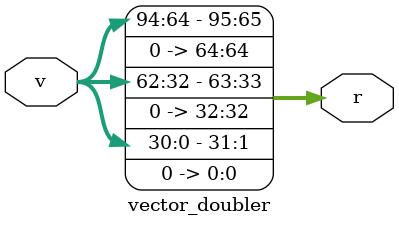
<source format=v>
`timescale 1ns / 1ps
module vector_doubler(
		input[95:0] v,
		output[95:0] r
    );
	 
	genvar i;
	generate 
		for(i = 0; i<3; i = i+1) begin : gen_vec_doubler
			assign r[32*i+:32] = ($signed(v[32*i+:32])<<<1);
		end
	endgenerate

endmodule

</source>
